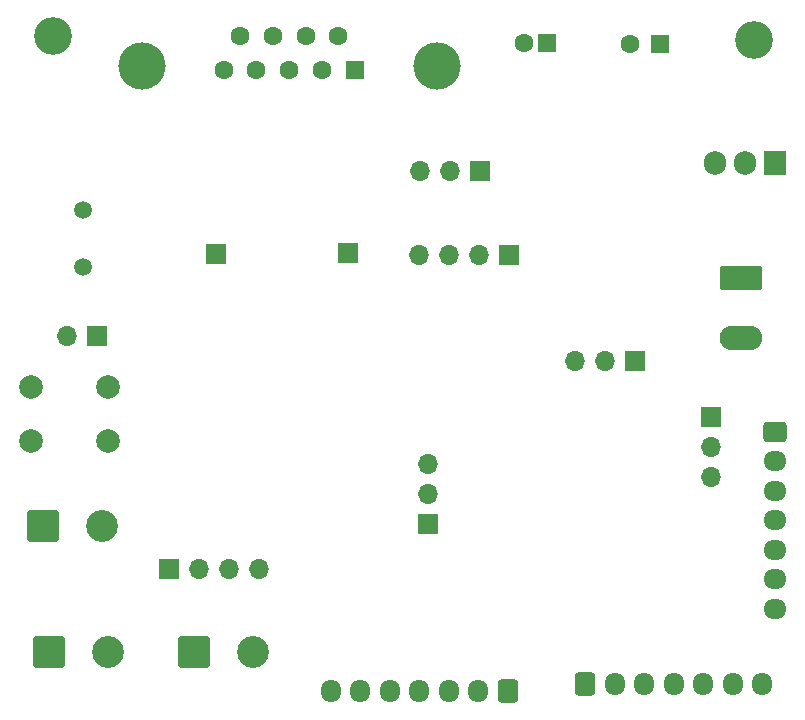
<source format=gbr>
%TF.GenerationSoftware,KiCad,Pcbnew,8.0.5*%
%TF.CreationDate,2024-10-29T23:06:17+07:00*%
%TF.ProjectId,inverter_vcu,696e7665-7274-4657-925f-7663752e6b69,rev?*%
%TF.SameCoordinates,Original*%
%TF.FileFunction,Soldermask,Bot*%
%TF.FilePolarity,Negative*%
%FSLAX46Y46*%
G04 Gerber Fmt 4.6, Leading zero omitted, Abs format (unit mm)*
G04 Created by KiCad (PCBNEW 8.0.5) date 2024-10-29 23:06:17*
%MOMM*%
%LPD*%
G01*
G04 APERTURE LIST*
G04 Aperture macros list*
%AMRoundRect*
0 Rectangle with rounded corners*
0 $1 Rounding radius*
0 $2 $3 $4 $5 $6 $7 $8 $9 X,Y pos of 4 corners*
0 Add a 4 corners polygon primitive as box body*
4,1,4,$2,$3,$4,$5,$6,$7,$8,$9,$2,$3,0*
0 Add four circle primitives for the rounded corners*
1,1,$1+$1,$2,$3*
1,1,$1+$1,$4,$5*
1,1,$1+$1,$6,$7*
1,1,$1+$1,$8,$9*
0 Add four rect primitives between the rounded corners*
20,1,$1+$1,$2,$3,$4,$5,0*
20,1,$1+$1,$4,$5,$6,$7,0*
20,1,$1+$1,$6,$7,$8,$9,0*
20,1,$1+$1,$8,$9,$2,$3,0*%
G04 Aperture macros list end*
%ADD10RoundRect,0.250000X-0.600000X-0.725000X0.600000X-0.725000X0.600000X0.725000X-0.600000X0.725000X0*%
%ADD11O,1.700000X1.950000*%
%ADD12R,1.700000X1.700000*%
%ADD13O,1.700000X1.700000*%
%ADD14RoundRect,0.250001X-1.099999X-1.099999X1.099999X-1.099999X1.099999X1.099999X-1.099999X1.099999X0*%
%ADD15C,2.700000*%
%ADD16RoundRect,0.249999X-1.550001X0.790001X-1.550001X-0.790001X1.550001X-0.790001X1.550001X0.790001X0*%
%ADD17O,3.600000X2.080000*%
%ADD18RoundRect,0.250000X-0.725000X0.600000X-0.725000X-0.600000X0.725000X-0.600000X0.725000X0.600000X0*%
%ADD19O,1.950000X1.700000*%
%ADD20C,3.200000*%
%ADD21C,4.000000*%
%ADD22R,1.600000X1.600000*%
%ADD23C,1.600000*%
%ADD24C,2.000000*%
%ADD25C,1.500000*%
%ADD26R,1.905000X2.000000*%
%ADD27O,1.905000X2.000000*%
%ADD28RoundRect,0.250000X0.600000X0.725000X-0.600000X0.725000X-0.600000X-0.725000X0.600000X-0.725000X0*%
G04 APERTURE END LIST*
D10*
%TO.C,J16*%
X164675000Y-124300000D03*
D11*
X167175000Y-124300000D03*
X169675000Y-124300000D03*
X172175000Y-124300000D03*
X174675000Y-124300000D03*
X177175000Y-124300000D03*
X179675000Y-124300000D03*
%TD*%
D12*
%TO.C,J1*%
X155725000Y-80900000D03*
D13*
X153185000Y-80900000D03*
X150645000Y-80900000D03*
%TD*%
D12*
%TO.C,J8*%
X158200000Y-88000000D03*
D13*
X155660000Y-88000000D03*
X153120000Y-88000000D03*
X150580000Y-88000000D03*
%TD*%
D14*
%TO.C,J5*%
X131522500Y-121625000D03*
D15*
X136522500Y-121625000D03*
%TD*%
D16*
%TO.C,J13*%
X177877500Y-89960000D03*
D17*
X177877500Y-95040000D03*
%TD*%
D12*
%TO.C,J6*%
X133400000Y-87900000D03*
%TD*%
%TO.C,J7*%
X144600000Y-87800000D03*
%TD*%
%TO.C,J10*%
X123325000Y-94800000D03*
D13*
X120785000Y-94800000D03*
%TD*%
D14*
%TO.C,J3*%
X118725000Y-110925000D03*
D15*
X123725000Y-110925000D03*
%TD*%
D18*
%TO.C,J15*%
X180725000Y-102950000D03*
D19*
X180725000Y-105450000D03*
X180725000Y-107950000D03*
X180725000Y-110450000D03*
X180725000Y-112950000D03*
X180725000Y-115450000D03*
X180725000Y-117950000D03*
%TD*%
D20*
%TO.C,REF\u002A\u002A*%
X119650000Y-69400000D03*
%TD*%
D12*
%TO.C,J11*%
X129450000Y-114575000D03*
D13*
X131990000Y-114575000D03*
X134530000Y-114575000D03*
X137070000Y-114575000D03*
%TD*%
D14*
%TO.C,J4*%
X119275000Y-121625000D03*
D15*
X124275000Y-121625000D03*
%TD*%
D21*
%TO.C,J12*%
X152110000Y-72005331D03*
X127110000Y-72005331D03*
D22*
X145150000Y-72305331D03*
D23*
X142380000Y-72305331D03*
X139610000Y-72305331D03*
X136840000Y-72305331D03*
X134070000Y-72305331D03*
X143765000Y-69465331D03*
X140995000Y-69465331D03*
X138225000Y-69465331D03*
X135455000Y-69465331D03*
%TD*%
D12*
%TO.C,J14*%
X168900000Y-97000000D03*
D13*
X166360000Y-97000000D03*
X163820000Y-97000000D03*
%TD*%
D22*
%TO.C,C12*%
X170975000Y-70150000D03*
D23*
X168475000Y-70150000D03*
%TD*%
D20*
%TO.C,REF\u002A\u002A*%
X178950000Y-69775000D03*
%TD*%
D24*
%TO.C,SW1*%
X124250000Y-103700000D03*
X117750000Y-103700000D03*
X124250000Y-99200000D03*
X117750000Y-99200000D03*
%TD*%
D22*
%TO.C,C15*%
X161480113Y-70025000D03*
D23*
X159480113Y-70025000D03*
%TD*%
D25*
%TO.C,Y1*%
X122175000Y-89037500D03*
X122175000Y-84157500D03*
%TD*%
D12*
%TO.C,J9*%
X151400000Y-110725000D03*
D13*
X151400000Y-108185000D03*
X151400000Y-105645000D03*
%TD*%
D26*
%TO.C,U3*%
X180700000Y-80200000D03*
D27*
X178160000Y-80200000D03*
X175620000Y-80200000D03*
%TD*%
D28*
%TO.C,J2*%
X158125000Y-124925000D03*
D11*
X155625000Y-124925000D03*
X153125000Y-124925000D03*
X150625000Y-124925000D03*
X148125000Y-124925000D03*
X145625000Y-124925000D03*
X143125000Y-124925000D03*
%TD*%
D12*
%TO.C,J17*%
X175325000Y-101725000D03*
D13*
X175325000Y-104265000D03*
X175325000Y-106805000D03*
%TD*%
M02*

</source>
